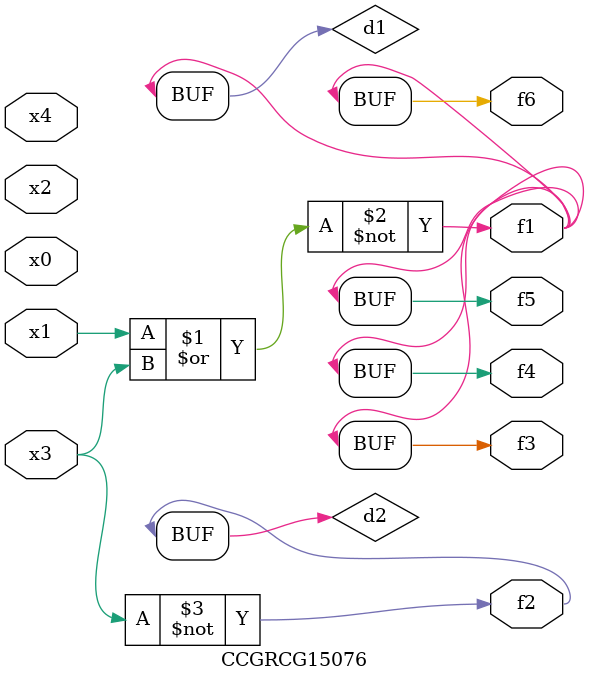
<source format=v>
module CCGRCG15076(
	input x0, x1, x2, x3, x4,
	output f1, f2, f3, f4, f5, f6
);

	wire d1, d2;

	nor (d1, x1, x3);
	not (d2, x3);
	assign f1 = d1;
	assign f2 = d2;
	assign f3 = d1;
	assign f4 = d1;
	assign f5 = d1;
	assign f6 = d1;
endmodule

</source>
